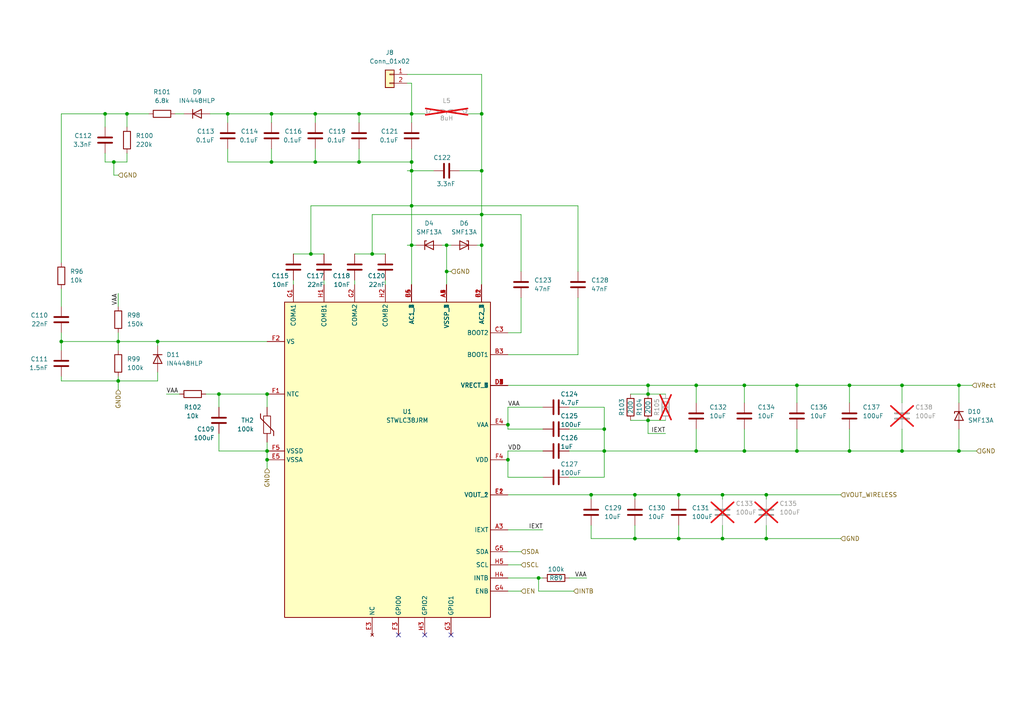
<source format=kicad_sch>
(kicad_sch (version 20230121) (generator eeschema)
  (paper "A4")
  (lib_symbols
    (symbol "Device:D" (pin_numbers hide) (pin_names (offset 1.016) hide)
      (property "Reference" "D" (at 0 2.54 0))
      (property "Value" "D" (at 0 -2.54 0))
      (symbol "D_0_1"
        (polyline (pts (xy -1.27 1.27) (xy -1.27 -1.27)) (stroke (width 0.254)))
        (polyline (pts (xy 1.27 0) (xy -1.27 0)))
        (polyline (pts (xy 1.27 1.27) (xy 1.27 -1.27) (xy -1.27 0) (xy 1.27 1.27)) (stroke (width 0.254)))
      )
      (symbol "D_1_1"
        (pin passive line (at -3.81 0 0) (length 2.54) (name "K") (number "1"))
        (pin passive line (at 3.81 0 180) (length 2.54) (name "A") (number "2"))
      )
    )
    (symbol "Device:D_Zener" (pin_numbers hide) (pin_names (offset 1.016) hide)
      (property "Reference" "D" (at 0 2.54 0))
      (property "Value" "D_Zener" (at 0 -2.54 0))
      (symbol "D_Zener_0_1"
        (polyline (pts (xy 1.27 0) (xy -1.27 0)))
        (polyline (pts (xy -1.27 -1.27) (xy -1.27 1.27) (xy -0.762 1.27)) (stroke (width 0.254)))
        (polyline (pts (xy 1.27 -1.27) (xy 1.27 1.27) (xy -1.27 0) (xy 1.27 -1.27)) (stroke (width 0.254)))
      )
      (symbol "D_Zener_1_1"
        (pin passive line (at -3.81 0 0) (length 2.54) (name "K") (number "1"))
        (pin passive line (at 3.81 0 180) (length 2.54) (name "A") (number "2"))
      )
    )
    (symbol "robot:C" (pin_numbers hide) (pin_names (offset 0.254))
      (property "Reference" "C" (at 0.635 2.54 0))
      (property "Value" "C" (at 0.635 -2.54 0))
      (symbol "C_0_1"
        (polyline (pts (xy -2.032 -0.762) (xy 2.032 -0.762)) (stroke (width 0.508)))
        (polyline (pts (xy -2.032 0.762) (xy 2.032 0.762)) (stroke (width 0.508)))
      )
      (symbol "C_1_1"
        (pin passive line (at 0 3.81 270) (length 2.794) (name "~") (number "1"))
        (pin passive line (at 0 -3.81 90) (length 2.794) (name "~") (number "2"))
      )
    )
    (symbol "robot:Conn_01x02" (pin_names (offset 1.016) hide)
      (property "Reference" "J" (at 0 2.54 0))
      (property "Value" "Conn_01x02" (at 0 -5.08 0))
      (symbol "Conn_01x02_1_1"
        (rectangle (start -1.27 -2.413) (end 0 -2.667) (stroke (width 0.1524)))
        (rectangle (start -1.27 0.127) (end 0 -0.127) (stroke (width 0.1524)))
        (rectangle (start -1.27 1.27) (end 1.27 -3.81) (stroke (width 0.254)) (fill (type background)))
        (pin passive line (at -5.08 0 0) (length 3.81) (name "Pin_1") (number "1"))
        (pin passive line (at -5.08 -2.54 0) (length 3.81) (name "Pin_2") (number "2"))
      )
    )
    (symbol "robot:INDUCTOR" (pin_numbers hide) (pin_names (offset 0))
      (property "Reference" "L" (at 0 2.54 0))
      (property "Value" "INDUCTOR" (at 0 -1.27 0))
      (symbol "INDUCTOR_0_1"
        (arc (start -2.54 0) (mid -3.81 1.2645) (end -5.08 0))
        (arc (start 0 0) (mid -1.27 1.2645) (end -2.54 0))
        (arc (start 2.54 0) (mid 1.27 1.2645) (end 0 0))
        (arc (start 5.08 0) (mid 3.81 1.2645) (end 2.54 0))
      )
      (symbol "INDUCTOR_1_1"
        (pin input line (at -6.35 0 0) (length 1.27) (name "1") (number "1"))
        (pin input line (at 6.35 0 180) (length 1.27) (name "2") (number "2"))
      )
    )
    (symbol "robot:R" (pin_numbers hide) (pin_names (offset 0))
      (property "Reference" "R" (at 2.032 0 90))
      (property "Value" "R" (at 0 0 90))
      (symbol "R_0_1"
        (rectangle (start -1.016 -2.54) (end 1.016 2.54) (stroke (width 0.254)))
      )
      (symbol "R_1_1"
        (pin passive line (at 0 3.81 270) (length 1.27) (name "~") (number "1"))
        (pin passive line (at 0 -3.81 90) (length 1.27) (name "~") (number "2"))
      )
    )
    (symbol "robot:STWLC38JRM"
      (property "Reference" "IC" (at -10.16 -5.715 0))
      (property "Value" "STWLC38JRM" (at -10.16 -8.255 0))
      (symbol "STWLC38JRM_1_1"
        (rectangle (start -35.56 33.02) (end 24.13 -58.42) (stroke (width 0.254)) (fill (type background)))
        (pin passive line (at 11.43 38.1 270) (length 5.08) (name "VSSP_1") (number "A1"))
        (pin passive line (at 11.43 38.1 270) (length 5.08) (name "VSSP_2") (number "A2"))
        (pin passive line (at 29.21 -33.02 180) (length 5.08) (name "IEXT") (number "A3"))
        (pin passive line (at 11.43 38.1 270) (length 5.08) (name "VSSP_3") (number "A4"))
        (pin passive line (at 11.43 38.1 270) (length 5.08) (name "VSSP_4") (number "A5"))
        (pin passive line (at 21.59 38.1 270) (length 5.08) (name "AC2_1") (number "B1"))
        (pin passive line (at 21.59 38.1 270) (length 5.08) (name "AC2_2") (number "B2"))
        (pin passive line (at 29.21 17.78 180) (length 5.08) (name "BOOT1") (number "B3"))
        (pin passive line (at 1.27 38.1 270) (length 5.08) (name "AC1_1") (number "B4"))
        (pin passive line (at 1.27 38.1 270) (length 5.08) (name "AC1_2") (number "B5"))
        (pin passive line (at 21.59 38.1 270) (length 5.08) (name "AC2_3") (number "C1"))
        (pin passive line (at 21.59 38.1 270) (length 5.08) (name "AC2_4") (number "C2"))
        (pin passive line (at 29.21 24.13 180) (length 5.08) (name "BOOT2") (number "C3"))
        (pin passive line (at 1.27 38.1 270) (length 5.08) (name "AC1_3") (number "C4"))
        (pin passive line (at 1.27 38.1 270) (length 5.08) (name "AC1_4") (number "C5"))
        (pin passive line (at 29.21 8.89 180) (length 5.08) (name "VRECT_1") (number "D1"))
        (pin passive line (at 29.21 8.89 180) (length 5.08) (name "VRECT_2") (number "D2"))
        (pin passive line (at 29.21 8.89 180) (length 5.08) (name "VRECT_3") (number "D3"))
        (pin passive line (at 29.21 8.89 180) (length 5.08) (name "VRECT_4") (number "D4"))
        (pin passive line (at 29.21 8.89 180) (length 5.08) (name "VRECT_5") (number "D5"))
        (pin passive line (at 29.21 -22.86 180) (length 5.08) (name "VOUT_1") (number "E1"))
        (pin passive line (at 29.21 -22.86 180) (length 5.08) (name "VOUT_2") (number "E2"))
        (pin no_connect line (at -10.16 -63.5 90) (length 5.08) (name "NC") (number "E3"))
        (pin passive line (at 29.21 -2.54 180) (length 5.08) (name "VAA") (number "E4"))
        (pin passive line (at -40.64 -12.7 0) (length 5.08) (name "VSSA") (number "E5"))
        (pin passive line (at -40.64 6.35 0) (length 5.08) (name "NTC") (number "F1"))
        (pin passive line (at -40.64 21.59 0) (length 5.08) (name "VS") (number "F2"))
        (pin passive line (at -2.54 -63.5 90) (length 5.08) (name "GPIO0") (number "F3"))
        (pin passive line (at 29.21 -12.7 180) (length 5.08) (name "VDD") (number "F4"))
        (pin passive line (at -40.64 -10.16 0) (length 5.08) (name "VSSD") (number "F5"))
        (pin passive line (at -33.02 38.1 270) (length 5.08) (name "COMA1") (number "G1"))
        (pin passive line (at -15.24 38.1 270) (length 5.08) (name "COMA2") (number "G2"))
        (pin passive line (at 12.7 -63.5 90) (length 5.08) (name "GPIO1") (number "G3"))
        (pin passive line (at 29.21 -50.8 180) (length 5.08) (name "ENB") (number "G4"))
        (pin passive line (at 29.21 -39.37 180) (length 5.08) (name "SDA") (number "G5"))
        (pin passive line (at -24.13 38.1 270) (length 5.08) (name "COMB1") (number "H1"))
        (pin passive line (at -6.35 38.1 270) (length 5.08) (name "COMB2") (number "H2"))
        (pin passive line (at 5.08 -63.5 90) (length 5.08) (name "GPIO2") (number "H3"))
        (pin passive line (at 29.21 -46.99 180) (length 5.08) (name "INTB") (number "H4"))
        (pin passive line (at 29.21 -43.18 180) (length 5.08) (name "SCL") (number "H5"))
      )
    )
    (symbol "robot:Thermistor" (pin_numbers hide) (pin_names (offset 0))
      (property "Reference" "TH" (at 2.54 1.27 90))
      (property "Value" "Thermistor" (at -2.54 0 90))
      (symbol "Thermistor_0_1"
        (rectangle (start -1.016 2.54) (end 1.016 -2.54) (stroke (width 0.2032)))
        (polyline (pts (xy -1.905 3.175) (xy -1.905 1.905) (xy 1.905 -1.905) (xy 1.905 -3.175) (xy 1.905 -3.175)) (stroke (width 0.254)))
      )
      (symbol "Thermistor_1_1"
        (pin passive line (at 0 5.08 270) (length 2.54) (name "~") (number "1"))
        (pin passive line (at 0 -5.08 90) (length 2.54) (name "~") (number "2"))
      )
    )
  )
  (junction (at 261.62 111.76))
  (junction (at 147.32 133.35))
  (junction (at 77.47 114.3))
  (junction (at 91.44 46.99))
  (junction (at 231.14 111.76))
  (junction (at 175.26 124.46))
  (junction (at 17.78 99.06))
  (junction (at 175.26 130.81))
  (junction (at 78.74 33.02))
  (junction (at 33.02 46.99))
  (junction (at 156.21 167.64))
  (junction (at 107.95 73.66))
  (junction (at 34.29 110.49))
  (junction (at 209.55 156.21))
  (junction (at 129.54 78.74))
  (junction (at 104.14 46.99))
  (junction (at 119.38 33.02))
  (junction (at 246.38 111.76))
  (junction (at 278.13 130.81))
  (junction (at 147.32 123.19))
  (junction (at 36.83 33.02))
  (junction (at 215.9 111.76))
  (junction (at 187.96 111.76))
  (junction (at 139.7 62.23))
  (junction (at 196.85 156.21))
  (junction (at 184.15 156.21))
  (junction (at 231.14 130.81))
  (junction (at 34.29 99.06))
  (junction (at 261.62 130.81))
  (junction (at 78.74 46.99))
  (junction (at 119.38 59.69))
  (junction (at 209.55 143.51))
  (junction (at 184.15 143.51))
  (junction (at 119.38 49.53))
  (junction (at 222.25 156.21))
  (junction (at 187.96 114.3))
  (junction (at 45.72 99.06))
  (junction (at 171.45 143.51))
  (junction (at 129.54 71.12))
  (junction (at 139.7 71.12))
  (junction (at 187.96 121.92))
  (junction (at 196.85 143.51))
  (junction (at 222.25 143.51))
  (junction (at 104.14 33.02))
  (junction (at 77.47 130.81))
  (junction (at 201.93 130.81))
  (junction (at 139.7 49.53))
  (junction (at 30.48 33.02))
  (junction (at 91.44 33.02))
  (junction (at 90.17 73.66))
  (junction (at 201.93 111.76))
  (junction (at 119.38 46.99))
  (junction (at 66.04 33.02))
  (junction (at 215.9 130.81))
  (junction (at 119.38 71.12))
  (junction (at 278.13 111.76))
  (junction (at 63.5 114.3))
  (junction (at 77.47 133.35))
  (junction (at 139.7 33.02))
  (junction (at 246.38 130.81))
  (no_connect (at 130.81 184.15))
  (no_connect (at 123.19 184.15))
  (no_connect (at 115.57 184.15))
  (wire (pts (xy 107.95 62.23) (xy 107.95 73.66)))
  (wire (pts (xy 77.47 128.27) (xy 77.47 130.81)))
  (wire (pts (xy 133.35 49.53) (xy 139.7 49.53)))
  (wire (pts (xy 17.78 33.02) (xy 30.48 33.02)))
  (wire (pts (xy 147.32 96.52) (xy 151.13 96.52)))
  (wire (pts (xy 17.78 110.49) (xy 34.29 110.49)))
  (wire (pts (xy 147.32 124.46) (xy 157.48 124.46)))
  (wire (pts (xy 119.38 71.12) (xy 119.38 59.69)))
  (wire (pts (xy 17.78 83.82) (xy 17.78 88.9)))
  (wire (pts (xy 261.62 111.76) (xy 278.13 111.76)))
  (wire (pts (xy 246.38 111.76) (xy 261.62 111.76)))
  (wire (pts (xy 187.96 111.76) (xy 187.96 114.3)))
  (wire (pts (xy 36.83 33.02) (xy 30.48 33.02)))
  (wire (pts (xy 17.78 109.22) (xy 17.78 110.49)))
  (wire (pts (xy 147.32 143.51) (xy 171.45 143.51)))
  (wire (pts (xy 278.13 111.76) (xy 278.13 116.84)))
  (wire (pts (xy 104.14 46.99) (xy 119.38 46.99)))
  (wire (pts (xy 184.15 143.51) (xy 196.85 143.51)))
  (wire (pts (xy 78.74 43.18) (xy 78.74 46.99)))
  (wire (pts (xy 171.45 143.51) (xy 171.45 144.78)))
  (wire (pts (xy 66.04 33.02) (xy 66.04 35.56)))
  (wire (pts (xy 231.14 124.46) (xy 231.14 130.81)))
  (wire (pts (xy 63.5 125.73) (xy 63.5 130.81)))
  (wire (pts (xy 91.44 46.99) (xy 104.14 46.99)))
  (wire (pts (xy 147.32 138.43) (xy 157.48 138.43)))
  (wire (pts (xy 78.74 46.99) (xy 91.44 46.99)))
  (wire (pts (xy 104.14 33.02) (xy 104.14 35.56)))
  (wire (pts (xy 167.64 86.36) (xy 167.64 102.87)))
  (wire (pts (xy 77.47 133.35) (xy 77.47 135.89)))
  (wire (pts (xy 209.55 156.21) (xy 222.25 156.21)))
  (wire (pts (xy 196.85 143.51) (xy 196.85 144.78)))
  (wire (pts (xy 30.48 36.83) (xy 30.48 33.02)))
  (wire (pts (xy 184.15 143.51) (xy 184.15 144.78)))
  (wire (pts (xy 63.5 114.3) (xy 77.47 114.3)))
  (wire (pts (xy 119.38 43.18) (xy 119.38 46.99)))
  (wire (pts (xy 215.9 111.76) (xy 231.14 111.76)))
  (wire (pts (xy 118.11 21.59) (xy 139.7 21.59)))
  (wire (pts (xy 187.96 121.92) (xy 193.04 121.92)))
  (wire (pts (xy 33.02 50.8) (xy 33.02 46.99)))
  (wire (pts (xy 215.9 130.81) (xy 231.14 130.81)))
  (wire (pts (xy 222.25 143.51) (xy 243.84 143.51)))
  (wire (pts (xy 139.7 33.02) (xy 139.7 49.53)))
  (wire (pts (xy 184.15 156.21) (xy 196.85 156.21)))
  (wire (pts (xy 45.72 99.06) (xy 45.72 100.33)))
  (wire (pts (xy 278.13 124.46) (xy 278.13 130.81)))
  (wire (pts (xy 209.55 143.51) (xy 222.25 143.51)))
  (wire (pts (xy 167.64 78.74) (xy 167.64 59.69)))
  (wire (pts (xy 45.72 99.06) (xy 77.47 99.06)))
  (wire (pts (xy 231.14 111.76) (xy 231.14 116.84)))
  (wire (pts (xy 129.54 71.12) (xy 129.54 78.74)))
  (wire (pts (xy 147.32 118.11) (xy 147.32 123.19)))
  (wire (pts (xy 139.7 49.53) (xy 139.7 62.23)))
  (wire (pts (xy 130.81 71.12) (xy 129.54 71.12)))
  (wire (pts (xy 33.02 46.99) (xy 36.83 46.99)))
  (wire (pts (xy 175.26 118.11) (xy 175.26 124.46)))
  (wire (pts (xy 167.64 59.69) (xy 119.38 59.69)))
  (wire (pts (xy 201.93 111.76) (xy 201.93 116.84)))
  (wire (pts (xy 171.45 152.4) (xy 171.45 156.21)))
  (wire (pts (xy 231.14 130.81) (xy 246.38 130.81)))
  (wire (pts (xy 187.96 125.73) (xy 193.04 125.73)))
  (wire (pts (xy 17.78 99.06) (xy 17.78 101.6)))
  (wire (pts (xy 156.21 171.45) (xy 166.37 171.45)))
  (wire (pts (xy 90.17 73.66) (xy 93.98 73.66)))
  (wire (pts (xy 17.78 96.52) (xy 17.78 99.06)))
  (wire (pts (xy 196.85 152.4) (xy 196.85 156.21)))
  (wire (pts (xy 175.26 138.43) (xy 165.1 138.43)))
  (wire (pts (xy 231.14 111.76) (xy 246.38 111.76)))
  (wire (pts (xy 151.13 96.52) (xy 151.13 86.36)))
  (wire (pts (xy 48.26 114.3) (xy 52.07 114.3)))
  (wire (pts (xy 215.9 130.81) (xy 215.9 124.46)))
  (wire (pts (xy 63.5 130.81) (xy 77.47 130.81)))
  (wire (pts (xy 66.04 33.02) (xy 78.74 33.02)))
  (wire (pts (xy 222.25 156.21) (xy 243.84 156.21)))
  (wire (pts (xy 63.5 118.11) (xy 63.5 114.3)))
  (wire (pts (xy 129.54 78.74) (xy 129.54 82.55)))
  (wire (pts (xy 91.44 33.02) (xy 91.44 35.56)))
  (wire (pts (xy 36.83 33.02) (xy 43.18 33.02)))
  (wire (pts (xy 34.29 109.22) (xy 34.29 110.49)))
  (wire (pts (xy 261.62 130.81) (xy 261.62 124.46)))
  (wire (pts (xy 135.89 33.02) (xy 139.7 33.02)))
  (wire (pts (xy 34.29 96.52) (xy 34.29 99.06)))
  (wire (pts (xy 104.14 33.02) (xy 119.38 33.02)))
  (wire (pts (xy 119.38 82.55) (xy 119.38 71.12)))
  (wire (pts (xy 175.26 118.11) (xy 165.1 118.11)))
  (wire (pts (xy 201.93 130.81) (xy 215.9 130.81)))
  (wire (pts (xy 139.7 71.12) (xy 139.7 82.55)))
  (wire (pts (xy 102.87 73.66) (xy 107.95 73.66)))
  (wire (pts (xy 175.26 130.81) (xy 165.1 130.81)))
  (wire (pts (xy 175.26 124.46) (xy 175.26 130.81)))
  (wire (pts (xy 119.38 49.53) (xy 125.73 49.53)))
  (wire (pts (xy 34.29 50.8) (xy 33.02 50.8)))
  (wire (pts (xy 66.04 46.99) (xy 78.74 46.99)))
  (wire (pts (xy 78.74 33.02) (xy 91.44 33.02)))
  (wire (pts (xy 147.32 171.45) (xy 151.13 171.45)))
  (wire (pts (xy 139.7 21.59) (xy 139.7 33.02)))
  (wire (pts (xy 139.7 62.23) (xy 151.13 62.23)))
  (wire (pts (xy 209.55 152.4) (xy 209.55 156.21)))
  (wire (pts (xy 85.09 73.66) (xy 90.17 73.66)))
  (wire (pts (xy 201.93 130.81) (xy 201.93 124.46)))
  (wire (pts (xy 182.88 121.92) (xy 187.96 121.92)))
  (wire (pts (xy 17.78 76.2) (xy 17.78 33.02)))
  (wire (pts (xy 147.32 111.76) (xy 187.96 111.76)))
  (wire (pts (xy 34.29 110.49) (xy 45.72 110.49)))
  (wire (pts (xy 91.44 43.18) (xy 91.44 46.99)))
  (wire (pts (xy 147.32 167.64) (xy 156.21 167.64)))
  (wire (pts (xy 222.25 143.51) (xy 222.25 144.78)))
  (wire (pts (xy 119.38 71.12) (xy 118.11 71.12)))
  (wire (pts (xy 147.32 160.02) (xy 151.13 160.02)))
  (wire (pts (xy 36.83 44.45) (xy 36.83 46.99)))
  (wire (pts (xy 184.15 152.4) (xy 184.15 156.21)))
  (wire (pts (xy 30.48 44.45) (xy 30.48 46.99)))
  (wire (pts (xy 30.48 46.99) (xy 33.02 46.99)))
  (wire (pts (xy 151.13 78.74) (xy 151.13 62.23)))
  (wire (pts (xy 278.13 111.76) (xy 281.94 111.76)))
  (wire (pts (xy 246.38 130.81) (xy 261.62 130.81)))
  (wire (pts (xy 59.69 114.3) (xy 63.5 114.3)))
  (wire (pts (xy 139.7 62.23) (xy 139.7 71.12)))
  (wire (pts (xy 156.21 167.64) (xy 157.48 167.64)))
  (wire (pts (xy 147.32 130.81) (xy 157.48 130.81)))
  (wire (pts (xy 187.96 114.3) (xy 193.04 114.3)))
  (wire (pts (xy 119.38 71.12) (xy 120.65 71.12)))
  (wire (pts (xy 119.38 49.53) (xy 118.11 49.53)))
  (wire (pts (xy 278.13 130.81) (xy 283.21 130.81)))
  (wire (pts (xy 196.85 143.51) (xy 209.55 143.51)))
  (wire (pts (xy 222.25 152.4) (xy 222.25 156.21)))
  (wire (pts (xy 261.62 111.76) (xy 261.62 116.84)))
  (wire (pts (xy 119.38 59.69) (xy 90.17 59.69)))
  (wire (pts (xy 36.83 36.83) (xy 36.83 33.02)))
  (wire (pts (xy 45.72 110.49) (xy 45.72 107.95)))
  (wire (pts (xy 119.38 46.99) (xy 119.38 49.53)))
  (wire (pts (xy 34.29 99.06) (xy 45.72 99.06)))
  (wire (pts (xy 111.76 81.28) (xy 111.76 82.55)))
  (wire (pts (xy 138.43 71.12) (xy 139.7 71.12)))
  (wire (pts (xy 129.54 78.74) (xy 130.81 78.74)))
  (wire (pts (xy 118.11 24.13) (xy 119.38 24.13)))
  (wire (pts (xy 215.9 111.76) (xy 215.9 116.84)))
  (wire (pts (xy 77.47 114.3) (xy 77.47 118.11)))
  (wire (pts (xy 34.29 110.49) (xy 34.29 113.03)))
  (wire (pts (xy 91.44 33.02) (xy 104.14 33.02)))
  (wire (pts (xy 182.88 114.3) (xy 187.96 114.3)))
  (wire (pts (xy 246.38 111.76) (xy 246.38 116.84)))
  (wire (pts (xy 34.29 99.06) (xy 34.29 101.6)))
  (wire (pts (xy 175.26 130.81) (xy 201.93 130.81)))
  (wire (pts (xy 139.7 62.23) (xy 107.95 62.23)))
  (wire (pts (xy 147.32 123.19) (xy 147.32 124.46)))
  (wire (pts (xy 107.95 73.66) (xy 111.76 73.66)))
  (wire (pts (xy 78.74 33.02) (xy 78.74 35.56)))
  (wire (pts (xy 34.29 88.9) (xy 34.29 85.09)))
  (wire (pts (xy 50.8 33.02) (xy 53.34 33.02)))
  (wire (pts (xy 196.85 156.21) (xy 209.55 156.21)))
  (wire (pts (xy 90.17 59.69) (xy 90.17 73.66)))
  (wire (pts (xy 60.96 33.02) (xy 66.04 33.02)))
  (wire (pts (xy 171.45 156.21) (xy 184.15 156.21)))
  (wire (pts (xy 261.62 130.81) (xy 278.13 130.81)))
  (wire (pts (xy 147.32 102.87) (xy 167.64 102.87)))
  (wire (pts (xy 123.19 33.02) (xy 119.38 33.02)))
  (wire (pts (xy 119.38 59.69) (xy 119.38 49.53)))
  (wire (pts (xy 147.32 153.67) (xy 157.48 153.67)))
  (wire (pts (xy 17.78 99.06) (xy 34.29 99.06)))
  (wire (pts (xy 119.38 33.02) (xy 119.38 35.56)))
  (wire (pts (xy 171.45 143.51) (xy 184.15 143.51)))
  (wire (pts (xy 77.47 130.81) (xy 77.47 133.35)))
  (wire (pts (xy 209.55 143.51) (xy 209.55 144.78)))
  (wire (pts (xy 156.21 167.64) (xy 156.21 171.45)))
  (wire (pts (xy 93.98 81.28) (xy 93.98 82.55)))
  (wire (pts (xy 104.14 43.18) (xy 104.14 46.99)))
  (wire (pts (xy 201.93 111.76) (xy 215.9 111.76)))
  (wire (pts (xy 66.04 43.18) (xy 66.04 46.99)))
  (wire (pts (xy 165.1 167.64) (xy 170.18 167.64)))
  (wire (pts (xy 147.32 163.83) (xy 151.13 163.83)))
  (wire (pts (xy 165.1 124.46) (xy 175.26 124.46)))
  (wire (pts (xy 102.87 81.28) (xy 102.87 82.55)))
  (wire (pts (xy 85.09 81.28) (xy 85.09 82.55)))
  (wire (pts (xy 187.96 111.76) (xy 201.93 111.76)))
  (wire (pts (xy 246.38 130.81) (xy 246.38 124.46)))
  (wire (pts (xy 187.96 121.92) (xy 187.96 125.73)))
  (wire (pts (xy 147.32 118.11) (xy 157.48 118.11)))
  (wire (pts (xy 128.27 71.12) (xy 129.54 71.12)))
  (wire (pts (xy 147.32 133.35) (xy 147.32 138.43)))
  (wire (pts (xy 147.32 130.81) (xy 147.32 133.35)))
  (wire (pts (xy 119.38 24.13) (xy 119.38 33.02)))
  (wire (pts (xy 175.26 130.81) (xy 175.26 138.43)))
  (label "VAA" (at 48.26 114.3 0))
  (label "VDD" (at 147.32 130.81 0))
  (label "IEXT" (at 193.04 125.73 180))
  (label "VAA" (at 34.29 85.09 270))
  (label "IEXT" (at 157.48 153.67 180))
  (label "VAA" (at 170.18 167.64 180))
  (label "VAA" (at 147.32 118.11 0))
  (hierarchical_label "GND" (shape input) (at 34.29 113.03 270))
  (hierarchical_label "GND" (shape input) (at 130.81 78.74 0))
  (hierarchical_label "GND" (shape input) (at 34.29 50.8 0))
  (hierarchical_label "GND" (shape input) (at 243.84 156.21 0))
  (hierarchical_label "VOUT_WIRELESS" (shape input) (at 243.84 143.51 0))
  (hierarchical_label "GND" (shape input) (at 283.21 130.81 0))
  (hierarchical_label "VRect" (shape input) (at 281.94 111.76 0))
  (hierarchical_label "EN" (shape input) (at 151.13 171.45 0))
  (hierarchical_label "SDA" (shape input) (at 151.13 160.02 0))
  (hierarchical_label "SCL" (shape input) (at 151.13 163.83 0))
  (hierarchical_label "GND" (shape input) (at 77.47 135.89 270))
  (hierarchical_label "INTB" (shape input) (at 166.37 171.45 0))
  (symbol (lib_id "Device:D_Zener") (at 278.13 120.65 90) (mirror x) (unit 1)
    (property "Reference" "D10" (at 282.575 119.38 90))
    (property "Value" "SMF13A" (at 284.48 121.92 90))
    (property "Footprint" "robot:D_SOD-123F" (effects hide))
    (property "Manufacturer" "Littelfuse Inc." (effects hide))
    (property "Part Number" "SMF13A" (effects hide))
    (property "Type" "SMD" (effects hide))
  )
  (symbol (lib_id "robot:R") (at 187.96 118.11 180) (unit 1)
    (property "Reference" "R104" (at 185.42 118.11 90))
    (property "Value" "200" (at 187.96 118.11 90))
    (property "Footprint" "robot:R_0603_1608Metric" (effects hide))
    (property "Manufacturer" "Panasonic" (effects hide))
    (property "Part Number" "ERJ-PA3J201V" (effects hide))
    (property "Notes" "Requires Pulse Withstanding" (effects hide))
    (property "Type" "SMD" (effects hide))
  )
  (symbol (lib_id "robot:C") (at 111.76 77.47 180) (unit 1)
    (property "Reference" "C120" (at 111.76 80.01 0) (effects (justify left)))
    (property "Value" "22nF" (at 111.76 82.55 0) (effects (justify left)))
    (property "Footprint" "robot:C_0402_1005Metric" (effects hide))
    (property "Manufacturer" "Murata" (effects hide))
    (property "Part Number" "GRM155R71H223KA12J" (effects hide))
    (property "Type" "SMD" (effects hide))
  )
  (symbol (lib_id "robot:C") (at 167.64 82.55 0) (mirror x) (unit 1)
    (property "Reference" "C128" (at 171.45 81.28 0) (effects (justify left)))
    (property "Value" "47nF" (at 171.45 83.82 0) (effects (justify left)))
    (property "Footprint" "robot:C_0402_1005Metric" (effects hide))
    (property "Manufacturer" "Murata" (effects hide))
    (property "Part Number" "GRM155R71H473KE14D" (effects hide))
    (property "Type" "SMD" (effects hide))
  )
  (symbol (lib_id "robot:R") (at 55.88 114.3 90) (unit 1)
    (property "Reference" "R102" (at 55.88 118.11 90))
    (property "Value" "10k" (at 55.88 120.65 90))
    (property "Footprint" "robot:R_0603_1608Metric" (effects hide))
    (property "Manufacturer" "Walsin Technology" (effects hide))
    (property "Part Number" "WR06X1002FTL" (effects hide))
    (property "Type" "SMD" (effects hide))
  )
  (symbol (lib_id "robot:STWLC38JRM") (at 118.11 120.65 0) (unit 1)
    (property "Reference" "U1" (at 118.11 119.38 0))
    (property "Value" "STWLC38JRM" (at 118.11 121.92 0))
    (property "Footprint" "robot:BGA40C40P5X8_213X333X57" (effects hide))
    (property "Datasheet" "https://www.st.com/resource/en/datasheet/stwlc38.pdf" (effects hide))
    (property "Manufacturer" "STMicroelectronics" (effects hide))
    (property "Part Number" "STWLC38JRM" (effects hide))
    (property "Type" "SMD" (effects hide))
  )
  (symbol (lib_id "robot:C") (at 151.13 82.55 0) (mirror x) (unit 1)
    (property "Reference" "C123" (at 154.94 81.28 0) (effects (justify left)))
    (property "Value" "47nF" (at 154.94 83.82 0) (effects (justify left)))
    (property "Footprint" "robot:C_0402_1005Metric" (effects hide))
    (property "Manufacturer" "Murata" (effects hide))
    (property "Part Number" "GRM155R71H473KE14D" (effects hide))
    (property "Type" "SMD" (effects hide))
  )
  (symbol (lib_id "robot:C") (at 201.93 120.65 0) (mirror x) (unit 1)
    (property "Reference" "C132" (at 205.74 118.11 0) (effects (justify left)))
    (property "Value" "10uF" (at 205.74 120.65 0) (effects (justify left)))
    (property "Footprint" "robot:C_0603_1608Metric" (effects hide))
    (property "Manufacturer" "Murata" (effects hide))
    (property "Part Number" "GRM188R61E106KA73J" (effects hide))
    (property "V_Max" "25V" (effects hide))
    (property "Type" "SMD" (effects hide))
  )
  (symbol (lib_id "robot:C") (at 30.48 40.64 180) (unit 1)
    (property "Reference" "C112" (at 26.67 39.37 0) (effects (justify left)))
    (property "Value" "3.3nF" (at 26.67 41.91 0) (effects (justify left)))
    (property "Footprint" "robot:C_0402_1005Metric" (effects hide))
    (property "Manufacturer" "Murata" (effects hide))
    (property "Part Number" "GCM155R71H332KA37J" (effects hide))
    (property "V_Max" "50V" (effects hide))
    (property "Type" "SMD" (effects hide))
  )
  (symbol (lib_id "robot:C") (at 161.29 124.46 270) (mirror x) (unit 1)
    (property "Reference" "C125" (at 162.56 120.65 90) (effects (justify left)))
    (property "Value" "100uF" (at 162.56 123.19 90) (effects (justify left)))
    (property "Footprint" "robot:C_1206_3216Metric" (effects hide))
    (property "Manufacturer" "Murata" (effects hide))
    (property "Part Number" "GRM31CD80J107MEA8K" (effects hide))
    (property "V_Max" "6.3V" (effects hide))
    (property "Stock" "20" (effects hide))
    (property "Type" "SMD" (effects hide))
  )
  (symbol (lib_id "robot:C") (at 17.78 105.41 180) (unit 1)
    (property "Reference" "C111" (at 13.97 104.14 0) (effects (justify left)))
    (property "Value" "1.5nF" (at 13.97 106.68 0) (effects (justify left)))
    (property "Footprint" "robot:C_0402_1005Metric" (effects hide))
    (property "Manufacturer" "Murata" (effects hide))
    (property "Part Number" "GCM155R71H152KA37D" (effects hide))
    (property "V_Max" "50V" (effects hide))
    (property "Type" "SMD" (effects hide))
  )
  (symbol (lib_id "Device:D") (at 57.15 33.02 0) (unit 1)
    (property "Reference" "D9" (at 57.15 26.67 0))
    (property "Value" "IN4448HLP" (at 57.15 29.21 0))
    (property "Footprint" "robot:D_0402_1005Metric" (effects hide))
    (property "Datasheet" "https://www.diodes.com/assets/Datasheets/ds30590.pdf" (effects hide))
    (property "Manufacturer" "Diodes Incorporated" (effects hide))
    (property "Part Number" "1N4448HLP-7" (effects hide))
    (property "Type" "SMD" (effects hide))
  )
  (symbol (lib_id "robot:R") (at 193.04 118.11 180) (unit 1) (dnp yes)
    (property "Reference" "R105" (at 190.5 118.11 90))
    (property "Value" "200" (at 193.04 118.11 90))
    (property "Footprint" "robot:R_0603_1608Metric" (effects hide))
    (property "Manufacturer" "Panasonic" (effects hide))
    (property "Part Number" "ERJ-PA3J201V" (effects hide))
    (property "Notes" "Requires Pulse Withstanding" (effects hide))
    (property "Type" "SMD" (effects hide))
  )
  (symbol (lib_id "Device:D_Zener") (at 124.46 71.12 0) (unit 1)
    (property "Reference" "D4" (at 124.46 64.77 0))
    (property "Value" "SMF13A" (at 124.46 67.31 0))
    (property "Footprint" "robot:D_SOD-123F" (effects hide))
    (property "Manufacturer" "Littelfuse Inc." (effects hide))
    (property "Part Number" "SMF13A" (effects hide))
    (property "Type" "SMD" (effects hide))
  )
  (symbol (lib_id "robot:C") (at 261.62 120.65 0) (mirror x) (unit 1) (dnp yes)
    (property "Reference" "C138" (at 265.43 118.11 0) (effects (justify left)))
    (property "Value" "100uF" (at 265.43 120.65 0) (effects (justify left)))
    (property "Footprint" "robot:C_1210_3225Metric" (effects hide))
    (property "Manufacturer" "Cal-Chip Electronics, Inc." (effects hide))
    (property "Part Number" "GMC32X5R107M16NT" (effects hide))
    (property "V_Max" "16V" (effects hide))
    (property "Type" "SMD" (effects hide))
  )
  (symbol (lib_id "Device:D") (at 45.72 104.14 270) (unit 1)
    (property "Reference" "D11" (at 48.26 102.87 90) (effects (justify left)))
    (property "Value" "IN4448HLP" (at 48.26 105.41 90) (effects (justify left)))
    (property "Footprint" "robot:D_0402_1005Metric" (effects hide))
    (property "Datasheet" "https://www.diodes.com/assets/Datasheets/ds30590.pdf" (effects hide))
    (property "Manufacturer" "Diodes Incorporated" (effects hide))
    (property "Part Number" "1N4448HLP-7" (effects hide))
    (property "Type" "SMD" (effects hide))
  )
  (symbol (lib_id "robot:C") (at 129.54 49.53 90) (unit 1)
    (property "Reference" "C122" (at 130.81 45.72 90) (effects (justify left)))
    (property "Value" "3.3nF" (at 132.08 53.34 90) (effects (justify left)))
    (property "Footprint" "robot:C_0402_1005Metric" (effects hide))
    (property "Manufacturer" "Murata" (effects hide))
    (property "Part Number" "GCM155R71H332KA37J" (effects hide))
    (property "V_Max" "50V" (effects hide))
    (property "Type" "SMD" (effects hide))
  )
  (symbol (lib_id "robot:C") (at 215.9 120.65 0) (mirror x) (unit 1)
    (property "Reference" "C134" (at 219.71 118.11 0) (effects (justify left)))
    (property "Value" "10uF" (at 219.71 120.65 0) (effects (justify left)))
    (property "Footprint" "robot:C_0603_1608Metric" (effects hide))
    (property "Manufacturer" "Murata" (effects hide))
    (property "Part Number" "GRM188R61E106KA73J" (effects hide))
    (property "V_Max" "25V" (effects hide))
    (property "Type" "SMD" (effects hide))
  )
  (symbol (lib_id "robot:C") (at 161.29 138.43 270) (mirror x) (unit 1)
    (property "Reference" "C127" (at 162.56 134.62 90) (effects (justify left)))
    (property "Value" "100uF" (at 162.56 137.16 90) (effects (justify left)))
    (property "Footprint" "robot:C_1206_3216Metric" (effects hide))
    (property "Manufacturer" "Murata" (effects hide))
    (property "Part Number" "GRM31CD80J107MEA8K" (effects hide))
    (property "V_Max" "6.3V" (effects hide))
    (property "Stock" "20" (effects hide))
    (property "Type" "SMD" (effects hide))
  )
  (symbol (lib_id "robot:C") (at 91.44 39.37 0) (mirror y) (unit 1)
    (property "Reference" "C116" (at 87.63 38.1 0) (effects (justify left)))
    (property "Value" "0.1uF" (at 87.63 40.64 0) (effects (justify left)))
    (property "Footprint" "robot:C_0402_1005Metric" (effects hide))
    (property "Manufacturer" "Murata" (effects hide))
    (property "Part Number" "GRM155R62A104KE14D" (effects hide))
    (property "V_Max" "50V" (effects hide))
    (property "Type" "SMD" (effects hide))
  )
  (symbol (lib_id "robot:Thermistor") (at 77.47 123.19 0) (unit 1)
    (property "Reference" "TH2" (at 73.66 121.92 0) (effects (justify right)))
    (property "Value" "100k" (at 73.66 124.46 0) (effects (justify right)))
    (property "Footprint" "robot:R_0402_1005Metric" (effects hide))
    (property "Manufacturer" "Murata" (effects hide))
    (property "Part Number" "NCU15WF104J6SRC" (effects hide))
    (property "Type" "SMD" (effects hide))
  )
  (symbol (lib_id "robot:C") (at 231.14 120.65 0) (mirror x) (unit 1)
    (property "Reference" "C136" (at 234.95 118.11 0) (effects (justify left)))
    (property "Value" "10uF" (at 234.95 120.65 0) (effects (justify left)))
    (property "Footprint" "robot:C_0603_1608Metric" (effects hide))
    (property "Manufacturer" "Murata" (effects hide))
    (property "Part Number" "GRM188R61E106KA73J" (effects hide))
    (property "V_Max" "25V" (effects hide))
    (property "Type" "SMD" (effects hide))
  )
  (symbol (lib_id "Device:D_Zener") (at 134.62 71.12 0) (mirror y) (unit 1)
    (property "Reference" "D6" (at 134.62 64.77 0))
    (property "Value" "SMF13A" (at 134.62 67.31 0))
    (property "Footprint" "robot:D_SOD-123F" (effects hide))
    (property "Manufacturer" "Littelfuse Inc." (effects hide))
    (property "Part Number" "SMF13A" (effects hide))
    (property "Type" "SMD" (effects hide))
  )
  (symbol (lib_id "robot:C") (at 209.55 148.59 0) (mirror x) (unit 1) (dnp yes)
    (property "Reference" "C133" (at 213.36 146.05 0) (effects (justify left)))
    (property "Value" "100uF" (at 213.36 148.59 0) (effects (justify left)))
    (property "Footprint" "robot:C_1210_3225Metric" (effects hide))
    (property "Manufacturer" "Cal-Chip Electronics, Inc." (effects hide))
    (property "Part Number" "GMC32X5R107M16NT" (effects hide))
    (property "V_Max" "16V" (effects hide))
    (property "Type" "SMD" (effects hide))
  )
  (symbol (lib_id "robot:R") (at 36.83 40.64 0) (unit 1)
    (property "Reference" "R100" (at 39.37 39.37 0) (effects (justify left)))
    (property "Value" "220k" (at 39.37 41.91 0) (effects (justify left)))
    (property "Footprint" "robot:R_0402_1005Metric" (effects hide))
    (property "Manufacturer" "YAGEO" (effects hide))
    (property "Part Number" "RC0402FR-07220KL" (effects hide))
    (property "Type" "SMD" (effects hide))
  )
  (symbol (lib_id "robot:C") (at 102.87 77.47 180) (unit 1)
    (property "Reference" "C118" (at 101.6 80.01 0) (effects (justify left)))
    (property "Value" "10nF" (at 101.6 82.55 0) (effects (justify left)))
    (property "Footprint" "robot:C_0402_1005Metric" (effects hide))
    (property "Manufacturer" "Würth Elektronik" (effects hide))
    (property "Part Number" "885012205067" (effects hide))
    (property "Type" "SMD" (effects hide))
  )
  (symbol (lib_id "robot:C") (at 171.45 148.59 0) (mirror x) (unit 1)
    (property "Reference" "C129" (at 175.26 147.32 0) (effects (justify left)))
    (property "Value" "10uF" (at 175.26 149.86 0) (effects (justify left)))
    (property "Footprint" "robot:C_0603_1608Metric" (effects hide))
    (property "Manufacturer" "Murata" (effects hide))
    (property "Part Number" "GRM188R61E106KA73J" (effects hide))
    (property "V_Max" "25V" (effects hide))
    (property "Type" "SMD" (effects hide))
  )
  (symbol (lib_id "robot:C") (at 184.15 148.59 0) (mirror x) (unit 1)
    (property "Reference" "C130" (at 187.96 147.32 0) (effects (justify left)))
    (property "Value" "10uF" (at 187.96 149.86 0) (effects (justify left)))
    (property "Footprint" "robot:C_0603_1608Metric" (effects hide))
    (property "Manufacturer" "Murata" (effects hide))
    (property "Part Number" "GRM188R61E106KA73J" (effects hide))
    (property "V_Max" "25V" (effects hide))
    (property "Type" "SMD" (effects hide))
  )
  (symbol (lib_id "robot:C") (at 85.09 77.47 180) (unit 1)
    (property "Reference" "C115" (at 83.82 80.01 0) (effects (justify left)))
    (property "Value" "10nF" (at 83.82 82.55 0) (effects (justify left)))
    (property "Footprint" "robot:C_0402_1005Metric" (effects hide))
    (property "Manufacturer" "Würth Elektronik" (effects hide))
    (property "Part Number" "885012205067" (effects hide))
    (property "Type" "SMD" (effects hide))
  )
  (symbol (lib_id "robot:R") (at 182.88 118.11 180) (unit 1)
    (property "Reference" "R103" (at 180.34 118.11 90))
    (property "Value" "200" (at 182.88 118.11 90))
    (property "Footprint" "robot:R_0603_1608Metric" (effects hide))
    (property "Manufacturer" "Panasonic" (effects hide))
    (property "Part Number" "ERJ-PA3J201V" (effects hide))
    (property "Notes" "Requires Pulse Withstanding" (effects hide))
    (property "Type" "SMD" (effects hide))
  )
  (symbol (lib_id "robot:C") (at 93.98 77.47 180) (unit 1)
    (property "Reference" "C117" (at 93.98 80.01 0) (effects (justify left)))
    (property "Value" "22nF" (at 93.98 82.55 0) (effects (justify left)))
    (property "Footprint" "robot:C_0402_1005Metric" (effects hide))
    (property "Manufacturer" "Murata" (effects hide))
    (property "Part Number" "GRM155R71H223KA12J" (effects hide))
    (property "Type" "SMD" (effects hide))
  )
  (symbol (lib_id "robot:C") (at 66.04 39.37 0) (mirror y) (unit 1)
    (property "Reference" "C113" (at 62.23 38.1 0) (effects (justify left)))
    (property "Value" "0.1uF" (at 62.23 40.64 0) (effects (justify left)))
    (property "Footprint" "robot:C_0402_1005Metric" (effects hide))
    (property "Manufacturer" "Murata" (effects hide))
    (property "Part Number" "GRM155R62A104KE14D" (effects hide))
    (property "V_Max" "50V" (effects hide))
    (property "Type" "SMD" (effects hide))
  )
  (symbol (lib_id "robot:C") (at 104.14 39.37 0) (mirror y) (unit 1)
    (property "Reference" "C119" (at 100.33 38.1 0) (effects (justify left)))
    (property "Value" "0.1uF" (at 100.33 40.64 0) (effects (justify left)))
    (property "Footprint" "robot:C_0402_1005Metric" (effects hide))
    (property "Manufacturer" "Murata" (effects hide))
    (property "Part Number" "GRM155R62A104KE14D" (effects hide))
    (property "V_Max" "50V" (effects hide))
    (property "Type" "SMD" (effects hide))
  )
  (symbol (lib_id "robot:Conn_01x02") (at 113.03 21.59 0) (mirror y) (unit 1) (in_bom no)
    (property "Reference" "J8" (at 113.03 15.24 0))
    (property "Value" "Conn_01x02" (at 113.03 17.78 0))
    (property "Footprint" "robot:THT_Pitch5mm_Drill1.2mm" (effects hide))
    (property "Manufacturer" "N/A" (effects hide))
    (property "Part Number" "N/A" (effects hide))
    (property "Type" "DNP" (effects hide))
  )
  (symbol (lib_id "robot:C") (at 17.78 92.71 180) (unit 1)
    (property "Reference" "C110" (at 13.97 91.44 0) (effects (justify left)))
    (property "Value" "22nF" (at 13.97 93.98 0) (effects (justify left)))
    (property "Footprint" "robot:C_0402_1005Metric" (effects hide))
    (property "Manufacturer" "Murata" (effects hide))
    (property "Part Number" "GRM155R71H223KA12J" (effects hide))
    (property "V_Max" "50V" (effects hide))
    (property "Type" "SMD" (effects hide))
  )
  (symbol (lib_id "robot:C") (at 196.85 148.59 0) (mirror x) (unit 1)
    (property "Reference" "C131" (at 200.66 147.32 0) (effects (justify left)))
    (property "Value" "100uF" (at 200.66 149.86 0) (effects (justify left)))
    (property "Footprint" "robot:C_1210_3225Metric" (effects hide))
    (property "Manufacturer" "Murata" (effects hide))
    (property "Part Number" "GRM31CD80J107MEA8K" (effects hide))
    (property "Type" "SMD" (effects hide))
  )
  (symbol (lib_id "robot:INDUCTOR") (at 129.54 33.02 0) (unit 1) (on_board no) (dnp yes)
    (property "Reference" "L5" (at 129.54 29.21 0))
    (property "Value" "8uH" (at 129.54 34.29 0))
    (property "Datasheet" "https://media.digikey.com/pdf/Data%20Sheets/Wurth%20Electronics%20PDFs/760308102207.pdf" (effects hide))
    (property "Manufacturer" "Würth Elektronik" (effects hide))
    (property "Part Number" "760308102207" (effects hide))
    (property "Type" "DNP" (effects hide))
  )
  (symbol (lib_id "robot:R") (at 34.29 105.41 180) (unit 1)
    (property "Reference" "R99" (at 36.83 104.14 0) (effects (justify right)))
    (property "Value" "100k" (at 36.83 106.68 0) (effects (justify right)))
    (property "Footprint" "robot:R_0603_1608Metric" (effects hide))
    (property "Manufacturer" "Walsin Technology" (effects hide))
    (property "Part Number" "WR06X1003FTL" (effects hide))
    (property "Type" "SMD" (effects hide))
  )
  (symbol (lib_id "robot:C") (at 119.38 39.37 0) (mirror y) (unit 1)
    (property "Reference" "C121" (at 115.57 38.1 0) (effects (justify left)))
    (property "Value" "0.1uF" (at 115.57 40.64 0) (effects (justify left)))
    (property "Footprint" "robot:C_0402_1005Metric" (effects hide))
    (property "Manufacturer" "Murata" (effects hide))
    (property "Part Number" "GRM155R62A104KE14D" (effects hide))
    (property "V_Max" "50V" (effects hide))
    (property "Type" "SMD" (effects hide))
  )
  (symbol (lib_id "robot:R") (at 17.78 80.01 0) (unit 1)
    (property "Reference" "R96" (at 20.32 78.74 0) (effects (justify left)))
    (property "Value" "10k" (at 20.32 81.28 0) (effects (justify left)))
    (property "Footprint" "robot:R_0603_1608Metric" (effects hide))
    (property "Manufacturer" "Walsin Technology" (effects hide))
    (property "Part Number" "WR06X1002FTL" (effects hide))
    (property "Type" "SMD" (effects hide))
  )
  (symbol (lib_id "robot:C") (at 78.74 39.37 0) (mirror y) (unit 1)
    (property "Reference" "C114" (at 74.93 38.1 0) (effects (justify left)))
    (property "Value" "0.1uF" (at 74.93 40.64 0) (effects (justify left)))
    (property "Footprint" "robot:C_0402_1005Metric" (effects hide))
    (property "Manufacturer" "Murata" (effects hide))
    (property "Part Number" "GRM155R62A104KE14D" (effects hide))
    (property "V_Max" "50V" (effects hide))
    (property "Type" "SMD" (effects hide))
  )
  (symbol (lib_id "robot:R") (at 34.29 92.71 180) (unit 1)
    (property "Reference" "R98" (at 36.83 91.44 0) (effects (justify right)))
    (property "Value" "150k" (at 36.83 93.98 0) (effects (justify right)))
    (property "Footprint" "robot:R_0402_1005Metric" (effects hide))
    (property "Manufacturer" "YAGEO" (effects hide))
    (property "Part Number" "RC0402FR-13150KL" (effects hide))
    (property "Type" "SMD" (effects hide))
  )
  (symbol (lib_id "robot:R") (at 46.99 33.02 270) (unit 1)
    (property "Reference" "R101" (at 46.99 26.67 90))
    (property "Value" "6.8k" (at 46.99 29.21 90))
    (property "Footprint" "robot:R_0402_1005Metric" (effects hide))
    (property "Manufacturer" "YAGEO" (effects hide))
    (property "Part Number" "RC0402FR-136K8L" (effects hide))
    (property "Type" "SMD" (effects hide))
  )
  (symbol (lib_id "robot:C") (at 161.29 130.81 270) (unit 1)
    (property "Reference" "C126" (at 162.56 127 90) (effects (justify left)))
    (property "Value" "1uF" (at 162.56 129.54 90) (effects (justify left)))
    (property "Footprint" "robot:C_0402_1005Metric" (effects hide))
    (property "Manufacturer" "Murata" (effects hide))
    (property "Part Number" "GRM155R61E105KA12D" (effects hide))
    (property "V_Max" "16V" (effects hide))
    (property "Stock" "10" (effects hide))
    (property "Type" "SMD" (effects hide))
  )
  (symbol (lib_id "robot:C") (at 63.5 121.92 0) (mirror y) (unit 1)
    (property "Reference" "C109" (at 62.23 124.46 0) (effects (justify left)))
    (property "Value" "100uF" (at 62.23 127 0) (effects (justify left)))
    (property "Footprint" "robot:C_1206_3216Metric" (effects hide))
    (property "Manufacturer" "Murata" (effects hide))
    (property "Part Number" "GRM31CD80J107MEA8K" (effects hide))
    (property "V_Max" "6.3V" (effects hide))
    (property "Stock" "20" (effects hide))
    (property "Type" "SMD" (effects hide))
  )
  (symbol (lib_id "robot:C") (at 222.25 148.59 0) (mirror x) (unit 1) (dnp yes)
    (property "Reference" "C135" (at 226.06 146.05 0) (effects (justify left)))
    (property "Value" "100uF" (at 226.06 148.59 0) (effects (justify left)))
    (property "Footprint" "robot:C_1210_3225Metric" (effects hide))
    (property "Manufacturer" "Cal-Chip Electronics, Inc." (effects hide))
    (property "Part Number" "GMC32X5R107M16NT" (effects hide))
    (property "V_Max" "16V" (effects hide))
    (property "Type" "SMD" (effects hide))
  )
  (symbol (lib_id "robot:C") (at 246.38 120.65 0) (mirror x) (unit 1)
    (property "Reference" "C137" (at 250.19 118.11 0) (effects (justify left)))
    (property "Value" "100uF" (at 250.19 120.65 0) (effects (justify left)))
    (property "Footprint" "robot:C_1210_3225Metric" (effects hide))
    (property "Manufacturer" "Cal-Chip Electronics, Inc." (effects hide))
    (property "Part Number" "GMC32X5R107M16NT" (effects hide))
    (property "V_Max" "16V" (effects hide))
    (property "Type" "SMD" (effects hide))
  )
  (symbol (lib_id "robot:R") (at 161.29 167.64 270) (unit 1)
    (property "Reference" "R89" (at 161.29 167.64 90))
    (property "Value" "100k" (at 161.29 165.1 90))
    (property "Footprint" "robot:R_0603_1608Metric" (effects hide))
    (property "Manufacturer" "Walsin Technology" (effects hide))
    (property "Part Number" "WR06X1003FTL" (effects hide))
    (property "Type" "SMD" (effects hide))
  )
  (symbol (lib_id "robot:C") (at 161.29 118.11 270) (mirror x) (unit 1)
    (property "Reference" "C124" (at 162.56 114.3 90) (effects (justify left)))
    (property "Value" "4.7uF" (at 162.56 116.84 90) (effects (justify left)))
    (property "Footprint" "robot:C_0603_1608Metric" (effects hide))
    (property "Manufacturer" "Murata" (effects hide))
    (property "Part Number" "GRM188R61E475KE11D" (effects hide))
    (property "V_Max" "25V" (effects hide))
    (property "Type" "SMD" (effects hide))
  )
)
</source>
